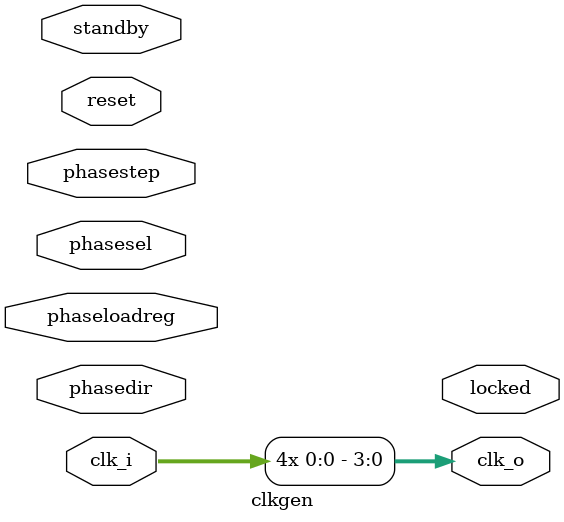
<source format=sv>


module clkgen
#(
  parameter integer in_hz      =  25000000,
  parameter integer out0_hz    =  25000000,
  parameter integer out0_deg   =         0, // keep 0
  parameter integer out1_hz    =  25000000,
  parameter integer out1_deg   =         0,
  parameter integer out2_hz    =  25000000,
  parameter integer out2_deg   =         0,
  parameter integer out3_hz    =  25000000,
  parameter integer out3_deg   =         0,
  parameter integer reset_en   =         0,
  parameter integer standby_en =         0,
  parameter integer dynamic_en =         0
)
(
  input        clk_i,
  output [3:0] clk_o,
  input        reset,
  input        standby,
  input  [1:0] phasesel,
  input        phasedir, phasestep, phaseloadreg,
  output       locked
);

  localparam PFD_MIN =   3125000;
  localparam PFD_MAX = 400000000;
  localparam VCO_MIN = 400000000;
  localparam VCO_MAX = 800000000;
  localparam VCO_OPTIMAL = (VCO_MIN+VCO_MAX)/2;

  function integer abs(x);
    abs = x > 0 ? x : -x;
  endfunction

  function integer F_ecp5pll(input integer x);
    // integer sfreq [3:0]; // array not supported?
    integer input_div, input_div_min, input_div_max;
    integer output_div, output_div_min, output_div_max;
    integer feedback_div;
    integer fpfd, fvco, fout;
    integer error;
    integer phase_compensation;
    integer phase_count_x8;
    integer phase_shift;

    integer params_fvco           ;
    integer params_refclk_div     ;
    integer params_feedback_div   ;
    integer params_output_div     ;
    integer params_fin_string     ;
    integer params_fout_string    ;
    integer params_fout           ;
    integer params_fvco           ;
    integer params_primary_cphase ;
    integer params_primary_fphase ;

    error = 999999999;
    input_div_min = in_hz/PFD_MAX;
    if(input_div_min < 1)
      input_div_min = 1;
    input_div_max = in_hz/PFD_MIN;
    if(input_div_max > 128)
      input_div_max = 128;
    for(input_div = input_div_min; input_div <= input_div_max; input_div=input_div+1)
    begin
      fpfd = in_hz / input_div;
      for(feedback_div = 1; feedback_div <= 128; feedback_div=feedback_div+1)
      begin
        output_div_min = VCO_MIN/feedback_div/fpfd;
        if(output_div_min < 1)
          output_div_min = 1;
        output_div_max = VCO_MAX/feedback_div/fpfd;
        if(output_div_max > 128)
          output_div_max = 128;
        for(output_div = output_div_min; output_div <= output_div_max; output_div=output_div+1)
        begin
          fvco = fpfd * feedback_div * output_div;
          fout = fvco / output_div;
          if( abs(fout-out0_hz) < error
          || (fout==out0_hz && abs(fvco-VCO_OPTIMAL) < abs(params_fvco-VCO_OPTIMAL)) )
          begin
            error = abs(fout-out0_hz);
            phase_compensation     = (output_div+1)/2*8-8+output_div/2*8; // output_div/2*8 = 180 deg shift
            phase_count_x8         = phase_compensation + 8*output_div*out0_deg/360;
            if(phase_count_x8 > 1023)
              phase_count_x8 = phase_count_x8 % (output_div*8); // wraparound 360 deg
            params_refclk_div      = input_div;
            params_feedback_div    = feedback_div;
            params_output_div      = output_div;
            //params_fin_string      = Hz2MHz_str(in_hz);
            //params_fout_string     = Hz2MHz_str(fout);
            params_fout            = fout;
            params_fvco            = fvco;
            params_primary_cphase  = phase_count_x8 / 8;
            params_primary_fphase  = phase_count_x8 % 8;
          end
        end
      end
    end

    F_ecp5pll = x;
  endfunction

  localparam y = F_ecp5pll(0);

  assign clk_o = {4{clk_i}};

endmodule

</source>
